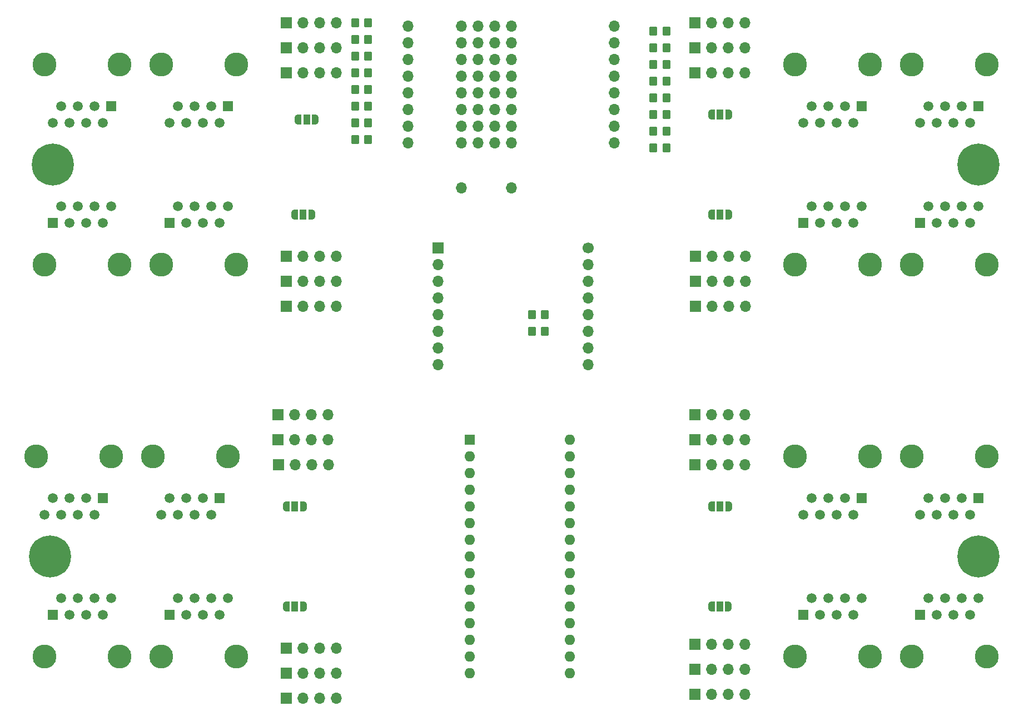
<source format=gbr>
%TF.GenerationSoftware,KiCad,Pcbnew,(7.0.0)*%
%TF.CreationDate,2023-10-27T12:37:55+01:00*%
%TF.ProjectId,euro-project-sensors-pcb,6575726f-2d70-4726-9f6a-6563742d7365,rev?*%
%TF.SameCoordinates,Original*%
%TF.FileFunction,Soldermask,Top*%
%TF.FilePolarity,Negative*%
%FSLAX46Y46*%
G04 Gerber Fmt 4.6, Leading zero omitted, Abs format (unit mm)*
G04 Created by KiCad (PCBNEW (7.0.0)) date 2023-10-27 12:37:55*
%MOMM*%
%LPD*%
G01*
G04 APERTURE LIST*
G04 Aperture macros list*
%AMRoundRect*
0 Rectangle with rounded corners*
0 $1 Rounding radius*
0 $2 $3 $4 $5 $6 $7 $8 $9 X,Y pos of 4 corners*
0 Add a 4 corners polygon primitive as box body*
4,1,4,$2,$3,$4,$5,$6,$7,$8,$9,$2,$3,0*
0 Add four circle primitives for the rounded corners*
1,1,$1+$1,$2,$3*
1,1,$1+$1,$4,$5*
1,1,$1+$1,$6,$7*
1,1,$1+$1,$8,$9*
0 Add four rect primitives between the rounded corners*
20,1,$1+$1,$2,$3,$4,$5,0*
20,1,$1+$1,$4,$5,$6,$7,0*
20,1,$1+$1,$6,$7,$8,$9,0*
20,1,$1+$1,$8,$9,$2,$3,0*%
%AMFreePoly0*
4,1,19,0.550000,-0.750000,0.000000,-0.750000,0.000000,-0.744911,-0.071157,-0.744911,-0.207708,-0.704816,-0.327430,-0.627875,-0.420627,-0.520320,-0.479746,-0.390866,-0.500000,-0.250000,-0.500000,0.250000,-0.479746,0.390866,-0.420627,0.520320,-0.327430,0.627875,-0.207708,0.704816,-0.071157,0.744911,0.000000,0.744911,0.000000,0.750000,0.550000,0.750000,0.550000,-0.750000,0.550000,-0.750000,
$1*%
%AMFreePoly1*
4,1,19,0.000000,0.744911,0.071157,0.744911,0.207708,0.704816,0.327430,0.627875,0.420627,0.520320,0.479746,0.390866,0.500000,0.250000,0.500000,-0.250000,0.479746,-0.390866,0.420627,-0.520320,0.327430,-0.627875,0.207708,-0.704816,0.071157,-0.744911,0.000000,-0.744911,0.000000,-0.750000,-0.550000,-0.750000,-0.550000,0.750000,0.000000,0.750000,0.000000,0.744911,0.000000,0.744911,
$1*%
G04 Aperture macros list end*
%ADD10R,1.700000X1.700000*%
%ADD11O,1.700000X1.700000*%
%ADD12C,1.700000*%
%ADD13C,0.800000*%
%ADD14C,6.400000*%
%ADD15FreePoly0,0.000000*%
%ADD16R,1.000000X1.500000*%
%ADD17FreePoly1,0.000000*%
%ADD18C,3.650000*%
%ADD19R,1.500000X1.500000*%
%ADD20C,1.500000*%
%ADD21FreePoly0,180.000000*%
%ADD22FreePoly1,180.000000*%
%ADD23RoundRect,0.250000X0.350000X0.450000X-0.350000X0.450000X-0.350000X-0.450000X0.350000X-0.450000X0*%
%ADD24RoundRect,0.250000X-0.350000X-0.450000X0.350000X-0.450000X0.350000X0.450000X-0.350000X0.450000X0*%
%ADD25R,1.600000X1.600000*%
%ADD26O,1.600000X1.600000*%
G04 APERTURE END LIST*
D10*
%TO.C,J32*%
X111759999Y-44449999D03*
D11*
X114299999Y-44449999D03*
X116839999Y-44449999D03*
X119379999Y-44449999D03*
%TD*%
%TO.C,A2*%
X138429999Y-44957999D03*
X138429999Y-47497999D03*
X138429999Y-50037999D03*
X138429999Y-52577999D03*
X138429999Y-55117999D03*
X138429999Y-57657999D03*
X138429999Y-60197999D03*
X138429999Y-62737999D03*
X146049999Y-44957999D03*
X146049999Y-47497999D03*
X146049999Y-50037999D03*
X146049999Y-52577999D03*
X146049999Y-55117999D03*
X146049999Y-57657999D03*
X146049999Y-60197999D03*
X146049999Y-62737999D03*
D10*
X134873999Y-78739999D03*
D11*
X134873999Y-81279999D03*
X134873999Y-83819999D03*
X134873999Y-86359999D03*
X134873999Y-88899999D03*
X134873999Y-91439999D03*
X134873999Y-93979999D03*
X134873999Y-96519999D03*
X157733999Y-96519999D03*
X157733999Y-93979999D03*
X157733999Y-91439999D03*
X157733999Y-88899999D03*
X157733999Y-86359999D03*
X157733999Y-83819999D03*
X157733999Y-81279999D03*
D12*
X157734000Y-78740000D03*
D11*
X143509999Y-62737999D03*
X161670999Y-62737999D03*
X143509999Y-60197999D03*
X161670999Y-60197999D03*
X143509999Y-57657999D03*
X161670999Y-57657999D03*
X143509999Y-55117999D03*
X161670999Y-55117999D03*
X143509999Y-52577999D03*
X161670999Y-52577999D03*
X143509999Y-50037999D03*
X161670999Y-50037999D03*
X143509999Y-47497999D03*
X161670999Y-47497999D03*
X143509999Y-44957999D03*
X161670999Y-44957999D03*
X130301999Y-44957999D03*
X140969999Y-44957999D03*
X130301999Y-47497999D03*
X140969999Y-47497999D03*
X130301999Y-50037999D03*
X140969999Y-50037999D03*
X130301999Y-52577999D03*
X140969999Y-52577999D03*
X130301999Y-55117999D03*
X140969999Y-55117999D03*
X130301999Y-57657999D03*
X140969999Y-57657999D03*
X130301999Y-60197999D03*
X140969999Y-60197999D03*
X130301999Y-62737999D03*
X140969999Y-62737999D03*
X138429999Y-69595999D03*
X146049999Y-69595999D03*
%TD*%
D13*
%TO.C,REF\u002A\u002A*%
X73372944Y-125730000D03*
X74075888Y-124032944D03*
X74075888Y-127427056D03*
X75772944Y-123330000D03*
D14*
X75772944Y-125730000D03*
D13*
X75772944Y-128130000D03*
X77470000Y-124032944D03*
X77470000Y-127427056D03*
X78172944Y-125730000D03*
%TD*%
%TO.C,REF\u002A\u002A*%
X214770000Y-125730000D03*
X215472944Y-124032944D03*
X215472944Y-127427056D03*
X217170000Y-123330000D03*
D14*
X217170000Y-125730000D03*
D13*
X217170000Y-128130000D03*
X218867056Y-124032944D03*
X218867056Y-127427056D03*
X219570000Y-125730000D03*
%TD*%
%TO.C,REF\u002A\u002A*%
X214770000Y-66040000D03*
X215472944Y-64342944D03*
X215472944Y-67737056D03*
X217170000Y-63640000D03*
D14*
X217170000Y-66040000D03*
D13*
X217170000Y-68440000D03*
X218867056Y-64342944D03*
X218867056Y-67737056D03*
X219570000Y-66040000D03*
%TD*%
%TO.C,REF\u002A\u002A*%
X76200000Y-63640000D03*
X77897056Y-67737056D03*
X77897056Y-64342944D03*
X78600000Y-66040000D03*
D14*
X76200000Y-66040000D03*
D13*
X76200000Y-68440000D03*
X74502944Y-64342944D03*
X74502944Y-67737056D03*
X73800000Y-66040000D03*
%TD*%
D15*
%TO.C,JP8*%
X111730000Y-133350000D03*
D16*
X113029999Y-133349999D03*
D17*
X114330000Y-133350000D03*
%TD*%
D15*
%TO.C,JP7*%
X113517500Y-59190000D03*
D16*
X114817499Y-59189999D03*
D17*
X116117500Y-59190000D03*
%TD*%
D15*
%TO.C,JP6*%
X113000000Y-73660000D03*
D16*
X114299999Y-73659999D03*
D17*
X115600000Y-73660000D03*
%TD*%
D15*
%TO.C,JP5*%
X111730000Y-118110000D03*
D16*
X113029999Y-118109999D03*
D17*
X114330000Y-118110000D03*
%TD*%
D18*
%TO.C,J40*%
X74930000Y-140970000D03*
X86360000Y-140970000D03*
D19*
X76199999Y-134619999D03*
D20*
X77470000Y-132080000D03*
X78740000Y-134620000D03*
X80010000Y-132080000D03*
X81280000Y-134620000D03*
X82550000Y-132080000D03*
X83820000Y-134620000D03*
X85090000Y-132080000D03*
%TD*%
D18*
%TO.C,J39*%
X92710000Y-140970000D03*
X104140000Y-140970000D03*
D19*
X93979999Y-134619999D03*
D20*
X95250000Y-132080000D03*
X96520000Y-134620000D03*
X97790000Y-132080000D03*
X99060000Y-134620000D03*
X100330000Y-132080000D03*
X101600000Y-134620000D03*
X102870000Y-132080000D03*
%TD*%
D18*
%TO.C,J38*%
X104140000Y-50800000D03*
X92710000Y-50800000D03*
D19*
X102869999Y-57149999D03*
D20*
X101600000Y-59690000D03*
X100330000Y-57150000D03*
X99060000Y-59690000D03*
X97790000Y-57150000D03*
X96520000Y-59690000D03*
X95250000Y-57150000D03*
X93980000Y-59690000D03*
%TD*%
D18*
%TO.C,J37*%
X86360000Y-50800000D03*
X74930000Y-50800000D03*
D19*
X85089999Y-57149999D03*
D20*
X83820000Y-59690000D03*
X82550000Y-57150000D03*
X81280000Y-59690000D03*
X80010000Y-57150000D03*
X78740000Y-59690000D03*
X77470000Y-57150000D03*
X76200000Y-59690000D03*
%TD*%
D18*
%TO.C,J36*%
X92710000Y-81280000D03*
X104140000Y-81280000D03*
D19*
X93979999Y-74929999D03*
D20*
X95250000Y-72390000D03*
X96520000Y-74930000D03*
X97790000Y-72390000D03*
X99060000Y-74930000D03*
X100330000Y-72390000D03*
X101600000Y-74930000D03*
X102870000Y-72390000D03*
%TD*%
D18*
%TO.C,J35*%
X74930000Y-81280000D03*
X86360000Y-81280000D03*
D19*
X76199999Y-74929999D03*
D20*
X77470000Y-72390000D03*
X78740000Y-74930000D03*
X80010000Y-72390000D03*
X81280000Y-74930000D03*
X82550000Y-72390000D03*
X83820000Y-74930000D03*
X85090000Y-72390000D03*
%TD*%
D18*
%TO.C,J34*%
X102870000Y-110490000D03*
X91440000Y-110490000D03*
D19*
X101599999Y-116839999D03*
D20*
X100330000Y-119380000D03*
X99060000Y-116840000D03*
X97790000Y-119380000D03*
X96520000Y-116840000D03*
X95250000Y-119380000D03*
X93980000Y-116840000D03*
X92710000Y-119380000D03*
%TD*%
D18*
%TO.C,J33*%
X85090000Y-110490000D03*
X73660000Y-110490000D03*
D19*
X83819999Y-116839999D03*
D20*
X82550000Y-119380000D03*
X81280000Y-116840000D03*
X80010000Y-119380000D03*
X78740000Y-116840000D03*
X77470000Y-119380000D03*
X76200000Y-116840000D03*
X74930000Y-119380000D03*
%TD*%
D10*
%TO.C,J31*%
X111759999Y-48259999D03*
D11*
X114299999Y-48259999D03*
X116839999Y-48259999D03*
X119379999Y-48259999D03*
%TD*%
D10*
%TO.C,J30*%
X111759999Y-52069999D03*
D11*
X114299999Y-52069999D03*
X116839999Y-52069999D03*
X119379999Y-52069999D03*
%TD*%
D10*
%TO.C,J29*%
X111759999Y-80009999D03*
D11*
X114299999Y-80009999D03*
X116839999Y-80009999D03*
X119379999Y-80009999D03*
%TD*%
D10*
%TO.C,J28*%
X111759999Y-83819999D03*
D11*
X114299999Y-83819999D03*
X116839999Y-83819999D03*
X119379999Y-83819999D03*
%TD*%
D10*
%TO.C,J27*%
X111759999Y-87629999D03*
D11*
X114299999Y-87629999D03*
X116839999Y-87629999D03*
X119379999Y-87629999D03*
%TD*%
D10*
%TO.C,J26*%
X110489999Y-104139999D03*
D11*
X113029999Y-104139999D03*
X115569999Y-104139999D03*
X118109999Y-104139999D03*
%TD*%
D10*
%TO.C,J25*%
X110489999Y-107949999D03*
D11*
X113029999Y-107949999D03*
X115569999Y-107949999D03*
X118109999Y-107949999D03*
%TD*%
D10*
%TO.C,J24*%
X110499999Y-111759999D03*
D11*
X113039999Y-111759999D03*
X115579999Y-111759999D03*
X118119999Y-111759999D03*
%TD*%
D10*
%TO.C,J23*%
X111759999Y-139699999D03*
D11*
X114299999Y-139699999D03*
X116839999Y-139699999D03*
X119379999Y-139699999D03*
%TD*%
D10*
%TO.C,J22*%
X111759999Y-143509999D03*
D11*
X114299999Y-143509999D03*
X116839999Y-143509999D03*
X119379999Y-143509999D03*
%TD*%
D10*
%TO.C,J21*%
X111759999Y-147319999D03*
D11*
X114299999Y-147319999D03*
X116839999Y-147319999D03*
X119379999Y-147319999D03*
%TD*%
D21*
%TO.C,JP4*%
X179100000Y-58420000D03*
D16*
X177799999Y-58419999D03*
D22*
X176500000Y-58420000D03*
%TD*%
D18*
%TO.C,J20*%
X200660000Y-50800000D03*
X189230000Y-50800000D03*
D19*
X199389999Y-57149999D03*
D20*
X198120000Y-59690000D03*
X196850000Y-57150000D03*
X195580000Y-59690000D03*
X194310000Y-57150000D03*
X193040000Y-59690000D03*
X191770000Y-57150000D03*
X190500000Y-59690000D03*
%TD*%
D18*
%TO.C,J19*%
X218440000Y-50800000D03*
X207010000Y-50800000D03*
D19*
X217169999Y-57149999D03*
D20*
X215900000Y-59690000D03*
X214630000Y-57150000D03*
X213360000Y-59690000D03*
X212090000Y-57150000D03*
X210820000Y-59690000D03*
X209550000Y-57150000D03*
X208280000Y-59690000D03*
%TD*%
D10*
%TO.C,J18*%
X173989999Y-52069999D03*
D11*
X176529999Y-52069999D03*
X179069999Y-52069999D03*
X181609999Y-52069999D03*
%TD*%
D10*
%TO.C,J17*%
X173989999Y-48259999D03*
D11*
X176529999Y-48259999D03*
X179069999Y-48259999D03*
X181609999Y-48259999D03*
%TD*%
D10*
%TO.C,J16*%
X173989999Y-44449999D03*
D11*
X176529999Y-44449999D03*
X179069999Y-44449999D03*
X181609999Y-44449999D03*
%TD*%
D21*
%TO.C,JP3*%
X179080000Y-73660000D03*
D16*
X177779999Y-73659999D03*
D22*
X176480000Y-73660000D03*
%TD*%
D21*
%TO.C,JP2*%
X179100000Y-118110000D03*
D16*
X177799999Y-118109999D03*
D22*
X176500000Y-118110000D03*
%TD*%
D18*
%TO.C,J15*%
X207005000Y-81280000D03*
X218435000Y-81280000D03*
D19*
X208274999Y-74929999D03*
D20*
X209545000Y-72390000D03*
X210815000Y-74930000D03*
X212085000Y-72390000D03*
X213355000Y-74930000D03*
X214625000Y-72390000D03*
X215895000Y-74930000D03*
X217165000Y-72390000D03*
%TD*%
D18*
%TO.C,J14*%
X189230000Y-81280000D03*
X200660000Y-81280000D03*
D19*
X190499999Y-74929999D03*
D20*
X191770000Y-72390000D03*
X193040000Y-74930000D03*
X194310000Y-72390000D03*
X195580000Y-74930000D03*
X196850000Y-72390000D03*
X198120000Y-74930000D03*
X199390000Y-72390000D03*
%TD*%
D10*
%TO.C,J13*%
X173999999Y-80009999D03*
D11*
X176539999Y-80009999D03*
X179079999Y-80009999D03*
X181619999Y-80009999D03*
%TD*%
D10*
%TO.C,J12*%
X173999999Y-83819999D03*
D11*
X176539999Y-83819999D03*
X179079999Y-83819999D03*
X181619999Y-83819999D03*
%TD*%
D10*
%TO.C,J11*%
X173999999Y-87629999D03*
D11*
X176539999Y-87629999D03*
X179079999Y-87629999D03*
X181619999Y-87629999D03*
%TD*%
D18*
%TO.C,J10*%
X200665000Y-110490000D03*
X189235000Y-110490000D03*
D19*
X199394999Y-116839999D03*
D20*
X198125000Y-119380000D03*
X196855000Y-116840000D03*
X195585000Y-119380000D03*
X194315000Y-116840000D03*
X193045000Y-119380000D03*
X191775000Y-116840000D03*
X190505000Y-119380000D03*
%TD*%
D18*
%TO.C,J9*%
X218440000Y-110490000D03*
X207010000Y-110490000D03*
D19*
X217169999Y-116839999D03*
D20*
X215900000Y-119380000D03*
X214630000Y-116840000D03*
X213360000Y-119380000D03*
X212090000Y-116840000D03*
X210820000Y-119380000D03*
X209550000Y-116840000D03*
X208280000Y-119380000D03*
%TD*%
D10*
%TO.C,J8*%
X173989999Y-107949999D03*
D11*
X176529999Y-107949999D03*
X179069999Y-107949999D03*
X181609999Y-107949999D03*
%TD*%
D10*
%TO.C,J7*%
X173989999Y-111759999D03*
D11*
X176529999Y-111759999D03*
X179069999Y-111759999D03*
X181609999Y-111759999D03*
%TD*%
D10*
%TO.C,J6*%
X173989999Y-104139999D03*
D11*
X176529999Y-104139999D03*
X179069999Y-104139999D03*
X181609999Y-104139999D03*
%TD*%
D10*
%TO.C,J5*%
X173989999Y-139064999D03*
D11*
X176529999Y-139064999D03*
X179069999Y-139064999D03*
X181609999Y-139064999D03*
%TD*%
D10*
%TO.C,J3*%
X173989999Y-142874999D03*
D11*
X176529999Y-142874999D03*
X179069999Y-142874999D03*
X181609999Y-142874999D03*
%TD*%
D10*
%TO.C,J2*%
X173989999Y-146684999D03*
D11*
X176529999Y-146684999D03*
X179069999Y-146684999D03*
X181609999Y-146684999D03*
%TD*%
D18*
%TO.C,J1*%
X207010000Y-140970000D03*
X218440000Y-140970000D03*
D19*
X208279999Y-134619999D03*
D20*
X209550000Y-132080000D03*
X210820000Y-134620000D03*
X212090000Y-132080000D03*
X213360000Y-134620000D03*
X214630000Y-132080000D03*
X215900000Y-134620000D03*
X217170000Y-132080000D03*
%TD*%
D18*
%TO.C,J4*%
X189230000Y-140970000D03*
X200660000Y-140970000D03*
D19*
X190499999Y-134619999D03*
D20*
X191770000Y-132080000D03*
X193040000Y-134620000D03*
X194310000Y-132080000D03*
X195580000Y-134620000D03*
X196850000Y-132080000D03*
X198120000Y-134620000D03*
X199390000Y-132080000D03*
%TD*%
D21*
%TO.C,JP1*%
X179070000Y-133350000D03*
D16*
X177769999Y-133349999D03*
D22*
X176470000Y-133350000D03*
%TD*%
D23*
%TO.C,R5*%
X124190000Y-49530000D03*
X122190000Y-49530000D03*
%TD*%
%TO.C,R7*%
X124190000Y-54610000D03*
X122190000Y-54610000D03*
%TD*%
%TO.C,R9*%
X124190000Y-59690000D03*
X122190000Y-59690000D03*
%TD*%
D24*
%TO.C,R14*%
X167640000Y-55880000D03*
X169640000Y-55880000D03*
%TD*%
D23*
%TO.C,R6*%
X124190000Y-52070000D03*
X122190000Y-52070000D03*
%TD*%
D24*
%TO.C,R11*%
X167640000Y-48260000D03*
X169640000Y-48260000D03*
%TD*%
D23*
%TO.C,R4*%
X124190000Y-46990000D03*
X122190000Y-46990000D03*
%TD*%
%TO.C,R3*%
X124190000Y-44450000D03*
X122190000Y-44450000D03*
%TD*%
%TO.C,R1*%
X151130000Y-91440000D03*
X149130000Y-91440000D03*
%TD*%
D24*
%TO.C,R12*%
X167640000Y-50800000D03*
X169640000Y-50800000D03*
%TD*%
%TO.C,R13*%
X167640000Y-53340000D03*
X169640000Y-53340000D03*
%TD*%
%TO.C,R18*%
X167640000Y-63500000D03*
X169640000Y-63500000D03*
%TD*%
%TO.C,R16*%
X167640000Y-60960000D03*
X169640000Y-60960000D03*
%TD*%
D23*
%TO.C,R8*%
X124190000Y-57150000D03*
X122190000Y-57150000D03*
%TD*%
D24*
%TO.C,R10*%
X167640000Y-45720000D03*
X169640000Y-45720000D03*
%TD*%
%TO.C,R15*%
X167640000Y-58420000D03*
X169640000Y-58420000D03*
%TD*%
D25*
%TO.C,A1*%
X139699999Y-107949999D03*
D26*
X139699999Y-110489999D03*
X139699999Y-113029999D03*
X139699999Y-115569999D03*
X139699999Y-118109999D03*
X139699999Y-120649999D03*
X139699999Y-123189999D03*
X139699999Y-125729999D03*
X139699999Y-128269999D03*
X139699999Y-130809999D03*
X139699999Y-133349999D03*
X139699999Y-135889999D03*
X139699999Y-138429999D03*
X139699999Y-140969999D03*
X139699999Y-143509999D03*
X154939999Y-143509999D03*
X154939999Y-140969999D03*
X154939999Y-138429999D03*
X154939999Y-135889999D03*
X154939999Y-133349999D03*
X154939999Y-130809999D03*
X154939999Y-128269999D03*
X154939999Y-125729999D03*
X154939999Y-123189999D03*
X154939999Y-120649999D03*
X154939999Y-118109999D03*
X154939999Y-115569999D03*
X154939999Y-113029999D03*
X154939999Y-110489999D03*
X154939999Y-107949999D03*
%TD*%
D23*
%TO.C,R17*%
X124190000Y-62230000D03*
X122190000Y-62230000D03*
%TD*%
%TO.C,R2*%
X151130000Y-88900000D03*
X149130000Y-88900000D03*
%TD*%
M02*

</source>
